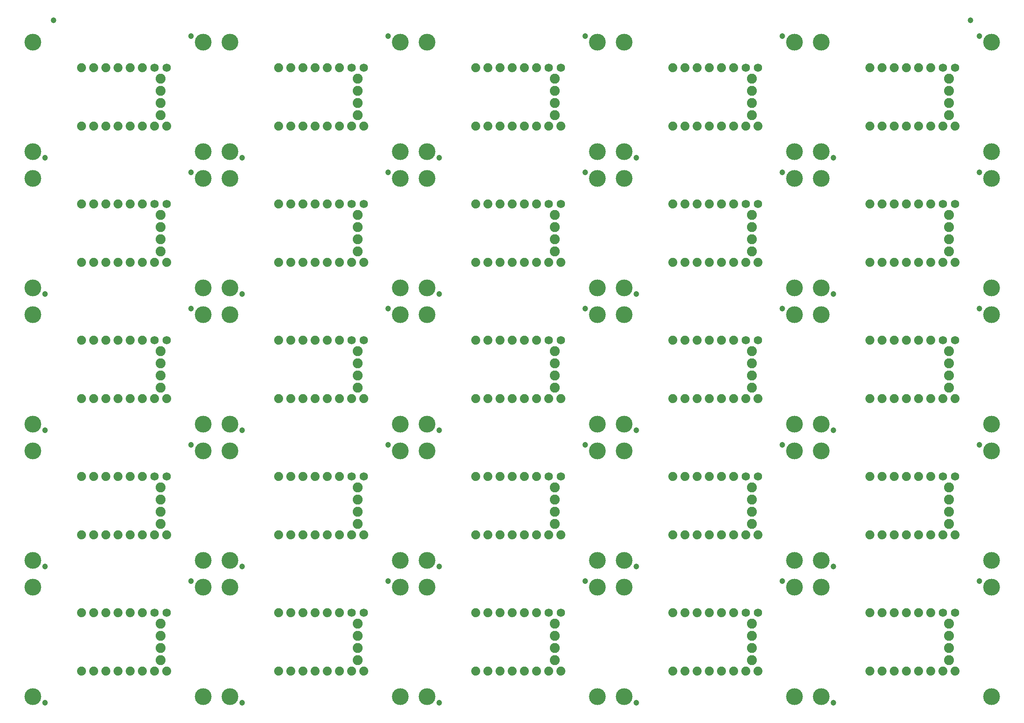
<source format=gbs>
G04 EAGLE Gerber RS-274X export*
G75*
%MOMM*%
%FSLAX34Y34*%
%LPD*%
%INSoldermask Bottom*%
%IPPOS*%
%AMOC8*
5,1,8,0,0,1.08239X$1,22.5*%
G01*
%ADD10C,2.082800*%
%ADD11C,1.203200*%
%ADD12C,1.879600*%
%ADD13C,1.727200*%
%ADD14C,3.505200*%


D10*
X292100Y101600D03*
X292100Y127000D03*
X292100Y152400D03*
X292100Y177800D03*
D11*
X50800Y12700D03*
X355600Y266700D03*
D12*
X304980Y78780D03*
X279580Y78780D03*
X254180Y78780D03*
X228780Y78780D03*
X203380Y78780D03*
X177980Y78780D03*
X152580Y78780D03*
X127180Y78780D03*
X127180Y201180D03*
X152580Y201180D03*
X177980Y201180D03*
X203380Y201180D03*
X228780Y201180D03*
X254180Y201180D03*
D13*
X279580Y201180D03*
X304980Y201180D03*
D14*
X381000Y25400D03*
X25400Y254000D03*
X25400Y25400D03*
X381000Y254000D03*
D10*
X703580Y101600D03*
X703580Y127000D03*
X703580Y152400D03*
X703580Y177800D03*
D11*
X462280Y12700D03*
X767080Y266700D03*
D12*
X716460Y78780D03*
X691060Y78780D03*
X665660Y78780D03*
X640260Y78780D03*
X614860Y78780D03*
X589460Y78780D03*
X564060Y78780D03*
X538660Y78780D03*
X538660Y201180D03*
X564060Y201180D03*
X589460Y201180D03*
X614860Y201180D03*
X640260Y201180D03*
X665660Y201180D03*
D13*
X691060Y201180D03*
X716460Y201180D03*
D14*
X792480Y25400D03*
X436880Y254000D03*
X436880Y25400D03*
X792480Y254000D03*
D10*
X1115060Y101600D03*
X1115060Y127000D03*
X1115060Y152400D03*
X1115060Y177800D03*
D11*
X873760Y12700D03*
X1178560Y266700D03*
D12*
X1127940Y78780D03*
X1102540Y78780D03*
X1077140Y78780D03*
X1051740Y78780D03*
X1026340Y78780D03*
X1000940Y78780D03*
X975540Y78780D03*
X950140Y78780D03*
X950140Y201180D03*
X975540Y201180D03*
X1000940Y201180D03*
X1026340Y201180D03*
X1051740Y201180D03*
X1077140Y201180D03*
D13*
X1102540Y201180D03*
X1127940Y201180D03*
D14*
X1203960Y25400D03*
X848360Y254000D03*
X848360Y25400D03*
X1203960Y254000D03*
D10*
X1526540Y101600D03*
X1526540Y127000D03*
X1526540Y152400D03*
X1526540Y177800D03*
D11*
X1285240Y12700D03*
X1590040Y266700D03*
D12*
X1539420Y78780D03*
X1514020Y78780D03*
X1488620Y78780D03*
X1463220Y78780D03*
X1437820Y78780D03*
X1412420Y78780D03*
X1387020Y78780D03*
X1361620Y78780D03*
X1361620Y201180D03*
X1387020Y201180D03*
X1412420Y201180D03*
X1437820Y201180D03*
X1463220Y201180D03*
X1488620Y201180D03*
D13*
X1514020Y201180D03*
X1539420Y201180D03*
D14*
X1615440Y25400D03*
X1259840Y254000D03*
X1259840Y25400D03*
X1615440Y254000D03*
D10*
X1938020Y101600D03*
X1938020Y127000D03*
X1938020Y152400D03*
X1938020Y177800D03*
D11*
X1696720Y12700D03*
X2001520Y266700D03*
D12*
X1950900Y78780D03*
X1925500Y78780D03*
X1900100Y78780D03*
X1874700Y78780D03*
X1849300Y78780D03*
X1823900Y78780D03*
X1798500Y78780D03*
X1773100Y78780D03*
X1773100Y201180D03*
X1798500Y201180D03*
X1823900Y201180D03*
X1849300Y201180D03*
X1874700Y201180D03*
X1900100Y201180D03*
D13*
X1925500Y201180D03*
X1950900Y201180D03*
D14*
X2026920Y25400D03*
X1671320Y254000D03*
X1671320Y25400D03*
X2026920Y254000D03*
D10*
X292100Y386080D03*
X292100Y411480D03*
X292100Y436880D03*
X292100Y462280D03*
D11*
X50800Y297180D03*
X355600Y551180D03*
D12*
X304980Y363260D03*
X279580Y363260D03*
X254180Y363260D03*
X228780Y363260D03*
X203380Y363260D03*
X177980Y363260D03*
X152580Y363260D03*
X127180Y363260D03*
X127180Y485660D03*
X152580Y485660D03*
X177980Y485660D03*
X203380Y485660D03*
X228780Y485660D03*
X254180Y485660D03*
D13*
X279580Y485660D03*
X304980Y485660D03*
D14*
X381000Y309880D03*
X25400Y538480D03*
X25400Y309880D03*
X381000Y538480D03*
D10*
X703580Y386080D03*
X703580Y411480D03*
X703580Y436880D03*
X703580Y462280D03*
D11*
X462280Y297180D03*
X767080Y551180D03*
D12*
X716460Y363260D03*
X691060Y363260D03*
X665660Y363260D03*
X640260Y363260D03*
X614860Y363260D03*
X589460Y363260D03*
X564060Y363260D03*
X538660Y363260D03*
X538660Y485660D03*
X564060Y485660D03*
X589460Y485660D03*
X614860Y485660D03*
X640260Y485660D03*
X665660Y485660D03*
D13*
X691060Y485660D03*
X716460Y485660D03*
D14*
X792480Y309880D03*
X436880Y538480D03*
X436880Y309880D03*
X792480Y538480D03*
D10*
X1115060Y386080D03*
X1115060Y411480D03*
X1115060Y436880D03*
X1115060Y462280D03*
D11*
X873760Y297180D03*
X1178560Y551180D03*
D12*
X1127940Y363260D03*
X1102540Y363260D03*
X1077140Y363260D03*
X1051740Y363260D03*
X1026340Y363260D03*
X1000940Y363260D03*
X975540Y363260D03*
X950140Y363260D03*
X950140Y485660D03*
X975540Y485660D03*
X1000940Y485660D03*
X1026340Y485660D03*
X1051740Y485660D03*
X1077140Y485660D03*
D13*
X1102540Y485660D03*
X1127940Y485660D03*
D14*
X1203960Y309880D03*
X848360Y538480D03*
X848360Y309880D03*
X1203960Y538480D03*
D10*
X1526540Y386080D03*
X1526540Y411480D03*
X1526540Y436880D03*
X1526540Y462280D03*
D11*
X1285240Y297180D03*
X1590040Y551180D03*
D12*
X1539420Y363260D03*
X1514020Y363260D03*
X1488620Y363260D03*
X1463220Y363260D03*
X1437820Y363260D03*
X1412420Y363260D03*
X1387020Y363260D03*
X1361620Y363260D03*
X1361620Y485660D03*
X1387020Y485660D03*
X1412420Y485660D03*
X1437820Y485660D03*
X1463220Y485660D03*
X1488620Y485660D03*
D13*
X1514020Y485660D03*
X1539420Y485660D03*
D14*
X1615440Y309880D03*
X1259840Y538480D03*
X1259840Y309880D03*
X1615440Y538480D03*
D10*
X1938020Y386080D03*
X1938020Y411480D03*
X1938020Y436880D03*
X1938020Y462280D03*
D11*
X1696720Y297180D03*
X2001520Y551180D03*
D12*
X1950900Y363260D03*
X1925500Y363260D03*
X1900100Y363260D03*
X1874700Y363260D03*
X1849300Y363260D03*
X1823900Y363260D03*
X1798500Y363260D03*
X1773100Y363260D03*
X1773100Y485660D03*
X1798500Y485660D03*
X1823900Y485660D03*
X1849300Y485660D03*
X1874700Y485660D03*
X1900100Y485660D03*
D13*
X1925500Y485660D03*
X1950900Y485660D03*
D14*
X2026920Y309880D03*
X1671320Y538480D03*
X1671320Y309880D03*
X2026920Y538480D03*
D10*
X292100Y670560D03*
X292100Y695960D03*
X292100Y721360D03*
X292100Y746760D03*
D11*
X50800Y581660D03*
X355600Y835660D03*
D12*
X304980Y647740D03*
X279580Y647740D03*
X254180Y647740D03*
X228780Y647740D03*
X203380Y647740D03*
X177980Y647740D03*
X152580Y647740D03*
X127180Y647740D03*
X127180Y770140D03*
X152580Y770140D03*
X177980Y770140D03*
X203380Y770140D03*
X228780Y770140D03*
X254180Y770140D03*
D13*
X279580Y770140D03*
X304980Y770140D03*
D14*
X381000Y594360D03*
X25400Y822960D03*
X25400Y594360D03*
X381000Y822960D03*
D10*
X703580Y670560D03*
X703580Y695960D03*
X703580Y721360D03*
X703580Y746760D03*
D11*
X462280Y581660D03*
X767080Y835660D03*
D12*
X716460Y647740D03*
X691060Y647740D03*
X665660Y647740D03*
X640260Y647740D03*
X614860Y647740D03*
X589460Y647740D03*
X564060Y647740D03*
X538660Y647740D03*
X538660Y770140D03*
X564060Y770140D03*
X589460Y770140D03*
X614860Y770140D03*
X640260Y770140D03*
X665660Y770140D03*
D13*
X691060Y770140D03*
X716460Y770140D03*
D14*
X792480Y594360D03*
X436880Y822960D03*
X436880Y594360D03*
X792480Y822960D03*
D10*
X1115060Y670560D03*
X1115060Y695960D03*
X1115060Y721360D03*
X1115060Y746760D03*
D11*
X873760Y581660D03*
X1178560Y835660D03*
D12*
X1127940Y647740D03*
X1102540Y647740D03*
X1077140Y647740D03*
X1051740Y647740D03*
X1026340Y647740D03*
X1000940Y647740D03*
X975540Y647740D03*
X950140Y647740D03*
X950140Y770140D03*
X975540Y770140D03*
X1000940Y770140D03*
X1026340Y770140D03*
X1051740Y770140D03*
X1077140Y770140D03*
D13*
X1102540Y770140D03*
X1127940Y770140D03*
D14*
X1203960Y594360D03*
X848360Y822960D03*
X848360Y594360D03*
X1203960Y822960D03*
D10*
X1526540Y670560D03*
X1526540Y695960D03*
X1526540Y721360D03*
X1526540Y746760D03*
D11*
X1285240Y581660D03*
X1590040Y835660D03*
D12*
X1539420Y647740D03*
X1514020Y647740D03*
X1488620Y647740D03*
X1463220Y647740D03*
X1437820Y647740D03*
X1412420Y647740D03*
X1387020Y647740D03*
X1361620Y647740D03*
X1361620Y770140D03*
X1387020Y770140D03*
X1412420Y770140D03*
X1437820Y770140D03*
X1463220Y770140D03*
X1488620Y770140D03*
D13*
X1514020Y770140D03*
X1539420Y770140D03*
D14*
X1615440Y594360D03*
X1259840Y822960D03*
X1259840Y594360D03*
X1615440Y822960D03*
D10*
X1938020Y670560D03*
X1938020Y695960D03*
X1938020Y721360D03*
X1938020Y746760D03*
D11*
X1696720Y581660D03*
X2001520Y835660D03*
D12*
X1950900Y647740D03*
X1925500Y647740D03*
X1900100Y647740D03*
X1874700Y647740D03*
X1849300Y647740D03*
X1823900Y647740D03*
X1798500Y647740D03*
X1773100Y647740D03*
X1773100Y770140D03*
X1798500Y770140D03*
X1823900Y770140D03*
X1849300Y770140D03*
X1874700Y770140D03*
X1900100Y770140D03*
D13*
X1925500Y770140D03*
X1950900Y770140D03*
D14*
X2026920Y594360D03*
X1671320Y822960D03*
X1671320Y594360D03*
X2026920Y822960D03*
D10*
X292100Y955040D03*
X292100Y980440D03*
X292100Y1005840D03*
X292100Y1031240D03*
D11*
X50800Y866140D03*
X355600Y1120140D03*
D12*
X304980Y932220D03*
X279580Y932220D03*
X254180Y932220D03*
X228780Y932220D03*
X203380Y932220D03*
X177980Y932220D03*
X152580Y932220D03*
X127180Y932220D03*
X127180Y1054620D03*
X152580Y1054620D03*
X177980Y1054620D03*
X203380Y1054620D03*
X228780Y1054620D03*
X254180Y1054620D03*
D13*
X279580Y1054620D03*
X304980Y1054620D03*
D14*
X381000Y878840D03*
X25400Y1107440D03*
X25400Y878840D03*
X381000Y1107440D03*
D10*
X703580Y955040D03*
X703580Y980440D03*
X703580Y1005840D03*
X703580Y1031240D03*
D11*
X462280Y866140D03*
X767080Y1120140D03*
D12*
X716460Y932220D03*
X691060Y932220D03*
X665660Y932220D03*
X640260Y932220D03*
X614860Y932220D03*
X589460Y932220D03*
X564060Y932220D03*
X538660Y932220D03*
X538660Y1054620D03*
X564060Y1054620D03*
X589460Y1054620D03*
X614860Y1054620D03*
X640260Y1054620D03*
X665660Y1054620D03*
D13*
X691060Y1054620D03*
X716460Y1054620D03*
D14*
X792480Y878840D03*
X436880Y1107440D03*
X436880Y878840D03*
X792480Y1107440D03*
D10*
X1115060Y955040D03*
X1115060Y980440D03*
X1115060Y1005840D03*
X1115060Y1031240D03*
D11*
X873760Y866140D03*
X1178560Y1120140D03*
D12*
X1127940Y932220D03*
X1102540Y932220D03*
X1077140Y932220D03*
X1051740Y932220D03*
X1026340Y932220D03*
X1000940Y932220D03*
X975540Y932220D03*
X950140Y932220D03*
X950140Y1054620D03*
X975540Y1054620D03*
X1000940Y1054620D03*
X1026340Y1054620D03*
X1051740Y1054620D03*
X1077140Y1054620D03*
D13*
X1102540Y1054620D03*
X1127940Y1054620D03*
D14*
X1203960Y878840D03*
X848360Y1107440D03*
X848360Y878840D03*
X1203960Y1107440D03*
D10*
X1526540Y955040D03*
X1526540Y980440D03*
X1526540Y1005840D03*
X1526540Y1031240D03*
D11*
X1285240Y866140D03*
X1590040Y1120140D03*
D12*
X1539420Y932220D03*
X1514020Y932220D03*
X1488620Y932220D03*
X1463220Y932220D03*
X1437820Y932220D03*
X1412420Y932220D03*
X1387020Y932220D03*
X1361620Y932220D03*
X1361620Y1054620D03*
X1387020Y1054620D03*
X1412420Y1054620D03*
X1437820Y1054620D03*
X1463220Y1054620D03*
X1488620Y1054620D03*
D13*
X1514020Y1054620D03*
X1539420Y1054620D03*
D14*
X1615440Y878840D03*
X1259840Y1107440D03*
X1259840Y878840D03*
X1615440Y1107440D03*
D10*
X1938020Y955040D03*
X1938020Y980440D03*
X1938020Y1005840D03*
X1938020Y1031240D03*
D11*
X1696720Y866140D03*
X2001520Y1120140D03*
D12*
X1950900Y932220D03*
X1925500Y932220D03*
X1900100Y932220D03*
X1874700Y932220D03*
X1849300Y932220D03*
X1823900Y932220D03*
X1798500Y932220D03*
X1773100Y932220D03*
X1773100Y1054620D03*
X1798500Y1054620D03*
X1823900Y1054620D03*
X1849300Y1054620D03*
X1874700Y1054620D03*
X1900100Y1054620D03*
D13*
X1925500Y1054620D03*
X1950900Y1054620D03*
D14*
X2026920Y878840D03*
X1671320Y1107440D03*
X1671320Y878840D03*
X2026920Y1107440D03*
D10*
X292100Y1239520D03*
X292100Y1264920D03*
X292100Y1290320D03*
X292100Y1315720D03*
D11*
X50800Y1150620D03*
X355600Y1404620D03*
D12*
X304980Y1216700D03*
X279580Y1216700D03*
X254180Y1216700D03*
X228780Y1216700D03*
X203380Y1216700D03*
X177980Y1216700D03*
X152580Y1216700D03*
X127180Y1216700D03*
X127180Y1339100D03*
X152580Y1339100D03*
X177980Y1339100D03*
X203380Y1339100D03*
X228780Y1339100D03*
X254180Y1339100D03*
D13*
X279580Y1339100D03*
X304980Y1339100D03*
D14*
X381000Y1163320D03*
X25400Y1391920D03*
X25400Y1163320D03*
X381000Y1391920D03*
D10*
X703580Y1239520D03*
X703580Y1264920D03*
X703580Y1290320D03*
X703580Y1315720D03*
D11*
X462280Y1150620D03*
X767080Y1404620D03*
D12*
X716460Y1216700D03*
X691060Y1216700D03*
X665660Y1216700D03*
X640260Y1216700D03*
X614860Y1216700D03*
X589460Y1216700D03*
X564060Y1216700D03*
X538660Y1216700D03*
X538660Y1339100D03*
X564060Y1339100D03*
X589460Y1339100D03*
X614860Y1339100D03*
X640260Y1339100D03*
X665660Y1339100D03*
D13*
X691060Y1339100D03*
X716460Y1339100D03*
D14*
X792480Y1163320D03*
X436880Y1391920D03*
X436880Y1163320D03*
X792480Y1391920D03*
D10*
X1115060Y1239520D03*
X1115060Y1264920D03*
X1115060Y1290320D03*
X1115060Y1315720D03*
D11*
X873760Y1150620D03*
X1178560Y1404620D03*
D12*
X1127940Y1216700D03*
X1102540Y1216700D03*
X1077140Y1216700D03*
X1051740Y1216700D03*
X1026340Y1216700D03*
X1000940Y1216700D03*
X975540Y1216700D03*
X950140Y1216700D03*
X950140Y1339100D03*
X975540Y1339100D03*
X1000940Y1339100D03*
X1026340Y1339100D03*
X1051740Y1339100D03*
X1077140Y1339100D03*
D13*
X1102540Y1339100D03*
X1127940Y1339100D03*
D14*
X1203960Y1163320D03*
X848360Y1391920D03*
X848360Y1163320D03*
X1203960Y1391920D03*
D10*
X1526540Y1239520D03*
X1526540Y1264920D03*
X1526540Y1290320D03*
X1526540Y1315720D03*
D11*
X1285240Y1150620D03*
X1590040Y1404620D03*
D12*
X1539420Y1216700D03*
X1514020Y1216700D03*
X1488620Y1216700D03*
X1463220Y1216700D03*
X1437820Y1216700D03*
X1412420Y1216700D03*
X1387020Y1216700D03*
X1361620Y1216700D03*
X1361620Y1339100D03*
X1387020Y1339100D03*
X1412420Y1339100D03*
X1437820Y1339100D03*
X1463220Y1339100D03*
X1488620Y1339100D03*
D13*
X1514020Y1339100D03*
X1539420Y1339100D03*
D14*
X1615440Y1163320D03*
X1259840Y1391920D03*
X1259840Y1163320D03*
X1615440Y1391920D03*
D10*
X1938020Y1239520D03*
X1938020Y1264920D03*
X1938020Y1290320D03*
X1938020Y1315720D03*
D11*
X1696720Y1150620D03*
X2001520Y1404620D03*
D12*
X1950900Y1216700D03*
X1925500Y1216700D03*
X1900100Y1216700D03*
X1874700Y1216700D03*
X1849300Y1216700D03*
X1823900Y1216700D03*
X1798500Y1216700D03*
X1773100Y1216700D03*
X1773100Y1339100D03*
X1798500Y1339100D03*
X1823900Y1339100D03*
X1849300Y1339100D03*
X1874700Y1339100D03*
X1900100Y1339100D03*
D13*
X1925500Y1339100D03*
X1950900Y1339100D03*
D14*
X2026920Y1163320D03*
X1671320Y1391920D03*
X1671320Y1163320D03*
X2026920Y1391920D03*
D11*
X68580Y1438275D03*
X1983105Y1438275D03*
M02*

</source>
